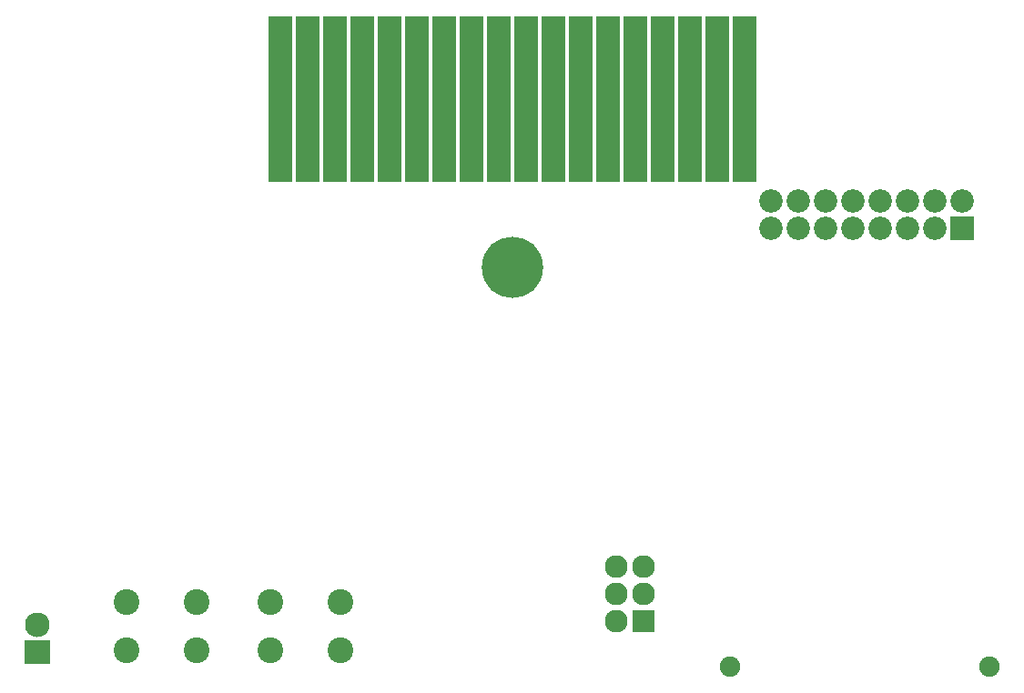
<source format=gbs>
G04 #@! TF.GenerationSoftware,KiCad,Pcbnew,5.1.5+dfsg1-2build2*
G04 #@! TF.CreationDate,2021-05-15T16:51:55+02:00*
G04 #@! TF.ProjectId,fg99,66673939-2e6b-4696-9361-645f70636258,1*
G04 #@! TF.SameCoordinates,Original*
G04 #@! TF.FileFunction,Soldermask,Bot*
G04 #@! TF.FilePolarity,Negative*
%FSLAX46Y46*%
G04 Gerber Fmt 4.6, Leading zero omitted, Abs format (unit mm)*
G04 Created by KiCad (PCBNEW 5.1.5+dfsg1-2build2) date 2021-05-15 16:51:55*
%MOMM*%
%LPD*%
G04 APERTURE LIST*
%ADD10R,2.127200X2.127200*%
%ADD11O,2.127200X2.127200*%
%ADD12C,5.700000*%
%ADD13R,2.178000X15.400000*%
%ADD14C,2.400000*%
%ADD15R,2.400000X2.300000*%
%ADD16C,2.300000*%
%ADD17C,2.178000*%
%ADD18R,2.178000X2.178000*%
%ADD19C,1.898600*%
G04 APERTURE END LIST*
D10*
X155783000Y-88738000D03*
D11*
X153243000Y-88738000D03*
X155783000Y-86198000D03*
X153243000Y-86198000D03*
X155783000Y-83658000D03*
X153243000Y-83658000D03*
D12*
X143583000Y-55858000D03*
D13*
X165143000Y-40158000D03*
X162603000Y-40158000D03*
X160063000Y-40158000D03*
X157523000Y-40158000D03*
X154983000Y-40158000D03*
X152443000Y-40158000D03*
X149903000Y-40158000D03*
X147363000Y-40158000D03*
X144823000Y-40158000D03*
X142283000Y-40158000D03*
X139743000Y-40158000D03*
X137203000Y-40158000D03*
X134663000Y-40158000D03*
X132123000Y-40158000D03*
X129583000Y-40158000D03*
X127043000Y-40158000D03*
X124503000Y-40158000D03*
X121963000Y-40158000D03*
D14*
X121083000Y-91458000D03*
X121083000Y-86958000D03*
X127583000Y-91458000D03*
X127583000Y-86958000D03*
D15*
X99383000Y-91658000D03*
D16*
X99383000Y-89118000D03*
D17*
X167643000Y-52198000D03*
X170183000Y-52198000D03*
X172723000Y-52198000D03*
X175263000Y-52198000D03*
X177803000Y-52198000D03*
X180343000Y-52198000D03*
X182883000Y-52198000D03*
D18*
X185423000Y-52198000D03*
D17*
X185423000Y-49658000D03*
X182883000Y-49658000D03*
X180343000Y-49658000D03*
X177803000Y-49658000D03*
X175263000Y-49658000D03*
X172723000Y-49658000D03*
X170183000Y-49658000D03*
X167643000Y-49658000D03*
D14*
X114183000Y-86958000D03*
X114183000Y-91458000D03*
X107683000Y-86958000D03*
X107683000Y-91458000D03*
D19*
X187979820Y-92965800D03*
X163783780Y-92965800D03*
M02*

</source>
